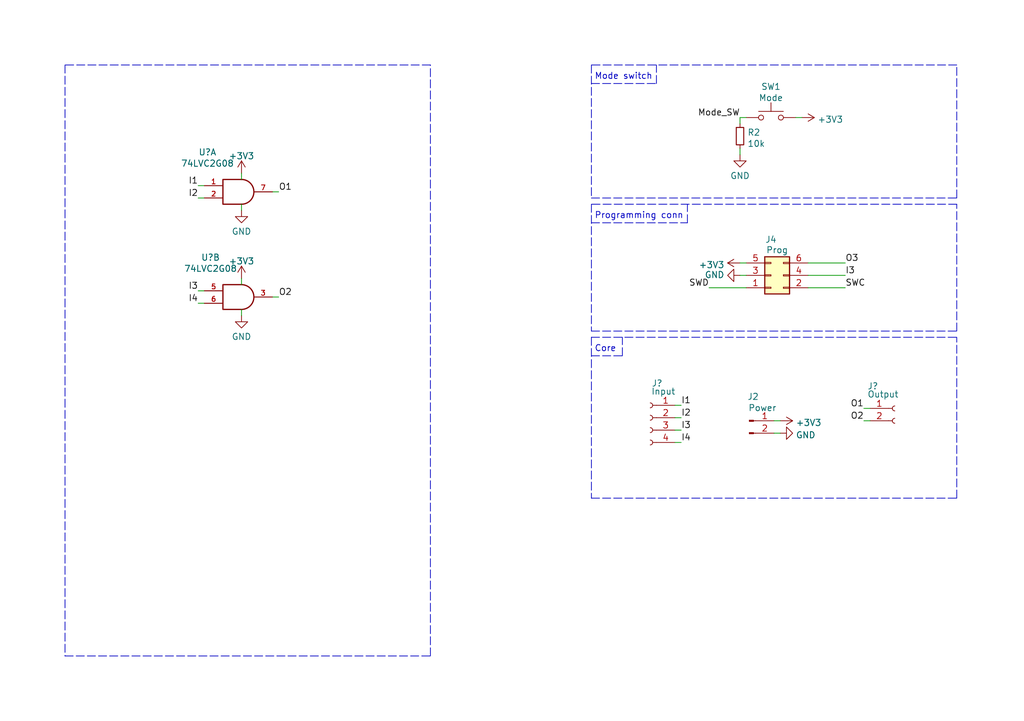
<source format=kicad_sch>
(kicad_sch (version 20210126) (generator eeschema)
  (paper "A5")
  (title_block (title "TileBoard") (date "2021-03-24") (comment 1 "Small programmable tiles which slot onto the MainBoard"))
  (lib_symbols
    (symbol "74xGxx:74LVC2G08" (pin_names (offset 1.016))
      (property "Reference" "U" (at -2.54 3.81 0))
      (property "Value" "74LVC2G08" (at 0 -3.81 0))
      (symbol "74LVC2G08_0_1"
        (arc (start 0 -2.54) (end 0 2.54) (radius (at 0 0) (length 2.54) (angles -89.9 89.9)) (stroke (width 0.254)))
        (polyline (pts (xy 0 -2.54) (xy -3.81 -2.54) (xy -3.81 2.54) (xy 0 2.54)) (stroke (width 0.254)))
        (pin power_in line (at 0 -2.54 270) (length 0) hide (name "GND") (number "4"))
        (pin power_in line (at 0 2.54 90) (length 0) hide (name "VCC") (number "8"))
      )
      (symbol "74LVC2G08_1_1"
        (pin input line (at -7.62 1.27 0) (length 3.81) (name "~") (number "1"))
        (pin input line (at -7.62 -1.27 0) (length 3.81) (name "~") (number "2"))
        (pin output line (at 6.35 0 180) (length 3.81) (name "~") (number "7"))
      )
      (symbol "74LVC2G08_2_1"
        (pin output line (at 6.35 0 180) (length 3.81) (name "~") (number "3"))
        (pin input line (at -7.62 1.27 0) (length 3.81) (name "~") (number "5"))
        (pin input line (at -7.62 -1.27 0) (length 3.81) (name "~") (number "6"))
      )
    )
    (symbol "Connector:Conn_01x02_Female" (pin_names (offset 1.016) hide)
      (property "Reference" "J" (at 0 2.54 0))
      (property "Value" "Conn_01x02_Female" (at 0 -5.08 0))
      (symbol "Conn_01x02_Female_1_1"
        (arc (start 0 -2.032) (end 0 -3.048) (radius (at 0 -2.54) (length 0.508) (angles 90.1 -90.1)) (stroke (width 0.1524)))
        (arc (start 0 0.508) (end 0 -0.508) (radius (at 0 0) (length 0.508) (angles 90.1 -90.1)) (stroke (width 0.1524)))
        (polyline (pts (xy -1.27 -2.54) (xy -0.508 -2.54)) (stroke (width 0.1524)))
        (polyline (pts (xy -1.27 0) (xy -0.508 0)) (stroke (width 0.1524)))
        (pin passive line (at -5.08 0 0) (length 3.81) (name "Pin_1") (number "1"))
        (pin passive line (at -5.08 -2.54 0) (length 3.81) (name "Pin_2") (number "2"))
      )
    )
    (symbol "Connector:Conn_01x02_Male" (pin_names (offset 1.016) hide)
      (property "Reference" "J" (at 0 2.54 0))
      (property "Value" "Conn_01x02_Male" (at 0 -5.08 0))
      (symbol "Conn_01x02_Male_1_1"
        (rectangle (start 0.8636 -2.413) (end 0 -2.667) (stroke (width 0.1524)) (fill (type outline)))
        (rectangle (start 0.8636 0.127) (end 0 -0.127) (stroke (width 0.1524)) (fill (type outline)))
        (polyline (pts (xy 1.27 -2.54) (xy 0.8636 -2.54)) (stroke (width 0.1524)))
        (polyline (pts (xy 1.27 0) (xy 0.8636 0)) (stroke (width 0.1524)))
        (pin passive line (at 5.08 0 180) (length 3.81) (name "Pin_1") (number "1"))
        (pin passive line (at 5.08 -2.54 180) (length 3.81) (name "Pin_2") (number "2"))
      )
    )
    (symbol "Connector:Conn_01x04_Female" (pin_names (offset 1.016) hide)
      (property "Reference" "J" (at 0 5.08 0))
      (property "Value" "Conn_01x04_Female" (at 0 -7.62 0))
      (symbol "Conn_01x04_Female_1_1"
        (arc (start 0 -4.572) (end 0 -5.588) (radius (at 0 -5.08) (length 0.508) (angles 90.1 -90.1)) (stroke (width 0.1524)))
        (arc (start 0 -2.032) (end 0 -3.048) (radius (at 0 -2.54) (length 0.508) (angles 90.1 -90.1)) (stroke (width 0.1524)))
        (arc (start 0 0.508) (end 0 -0.508) (radius (at 0 0) (length 0.508) (angles 90.1 -90.1)) (stroke (width 0.1524)))
        (arc (start 0 3.048) (end 0 2.032) (radius (at 0 2.54) (length 0.508) (angles 90.1 -90.1)) (stroke (width 0.1524)))
        (polyline (pts (xy -1.27 -5.08) (xy -0.508 -5.08)) (stroke (width 0.1524)))
        (polyline (pts (xy -1.27 -2.54) (xy -0.508 -2.54)) (stroke (width 0.1524)))
        (polyline (pts (xy -1.27 0) (xy -0.508 0)) (stroke (width 0.1524)))
        (polyline (pts (xy -1.27 2.54) (xy -0.508 2.54)) (stroke (width 0.1524)))
        (pin passive line (at -5.08 2.54 0) (length 3.81) (name "Pin_1") (number "1"))
        (pin passive line (at -5.08 0 0) (length 3.81) (name "Pin_2") (number "2"))
        (pin passive line (at -5.08 -2.54 0) (length 3.81) (name "Pin_3") (number "3"))
        (pin passive line (at -5.08 -5.08 0) (length 3.81) (name "Pin_4") (number "4"))
      )
    )
    (symbol "Connector_Generic:Conn_02x03_Odd_Even" (pin_names (offset 1.016) hide)
      (property "Reference" "J" (at 1.27 5.08 0))
      (property "Value" "Conn_02x03_Odd_Even" (at 1.27 -5.08 0))
      (symbol "Conn_02x03_Odd_Even_1_1"
        (rectangle (start -1.27 -2.413) (end 0 -2.667) (stroke (width 0.1524)))
        (rectangle (start -1.27 0.127) (end 0 -0.127) (stroke (width 0.1524)))
        (rectangle (start -1.27 2.667) (end 0 2.413) (stroke (width 0.1524)))
        (rectangle (start 3.81 -2.413) (end 2.54 -2.667) (stroke (width 0.1524)))
        (rectangle (start 3.81 0.127) (end 2.54 -0.127) (stroke (width 0.1524)))
        (rectangle (start 3.81 2.667) (end 2.54 2.413) (stroke (width 0.1524)))
        (rectangle (start -1.27 3.81) (end 3.81 -3.81) (stroke (width 0.254)) (fill (type background)))
        (pin passive line (at -5.08 2.54 0) (length 3.81) (name "Pin_1") (number "1"))
        (pin passive line (at 7.62 2.54 180) (length 3.81) (name "Pin_2") (number "2"))
        (pin passive line (at -5.08 0 0) (length 3.81) (name "Pin_3") (number "3"))
        (pin passive line (at 7.62 0 180) (length 3.81) (name "Pin_4") (number "4"))
        (pin passive line (at -5.08 -2.54 0) (length 3.81) (name "Pin_5") (number "5"))
        (pin passive line (at 7.62 -2.54 180) (length 3.81) (name "Pin_6") (number "6"))
      )
    )
    (symbol "Device:R_Small" (pin_numbers hide) (pin_names (offset 0.254) hide)
      (property "Reference" "R" (at 0.762 0.508 0))
      (property "Value" "R_Small" (at 0.762 -1.016 0))
      (symbol "R_Small_0_1"
        (rectangle (start -0.762 1.778) (end 0.762 -1.778) (stroke (width 0.2032)))
      )
      (symbol "R_Small_1_1"
        (pin passive line (at 0 2.54 270) (length 0.762) (name "~") (number "1"))
        (pin passive line (at 0 -2.54 90) (length 0.762) (name "~") (number "2"))
      )
    )
    (symbol "Switch:SW_Push" (pin_numbers hide) (pin_names (offset 1.016) hide)
      (property "Reference" "SW" (at 1.27 2.54 0))
      (property "Value" "SW_Push" (at 0 -1.524 0))
      (symbol "SW_Push_0_1"
        (circle (center -2.032 0) (radius 0.508))
        (circle (center 2.032 0) (radius 0.508))
        (polyline (pts (xy 0 1.27) (xy 0 3.048)))
        (polyline (pts (xy 2.54 1.27) (xy -2.54 1.27)))
        (pin passive line (at -5.08 0 0) (length 2.54) (name "1") (number "1"))
        (pin passive line (at 5.08 0 180) (length 2.54) (name "2") (number "2"))
      )
    )
    (symbol "power:+3.3V" (power) (pin_names (offset 0))
      (property "Value" "+3.3V" (at 0 3.556 0))
      (symbol "+3.3V_0_1"
        (polyline (pts (xy -0.762 1.27) (xy 0 2.54)))
        (polyline (pts (xy 0 0) (xy 0 2.54)))
        (polyline (pts (xy 0 2.54) (xy 0.762 1.27)))
      )
      (symbol "+3.3V_1_1"
        (pin power_in line (at 0 0 90) (length 0) hide (name "+3V3") (number "1"))
      )
    )
    (symbol "power:GND" (power) (pin_names (offset 0))
      (property "Value" "GND" (at 0 -3.81 0))
      (symbol "GND_0_1"
        (polyline (pts (xy 0 0) (xy 0 -1.27) (xy 1.27 -1.27) (xy 0 -2.54) (xy -1.27 -1.27) (xy 0 -1.27)))
      )
      (symbol "GND_1_1"
        (pin power_in line (at 0 0 270) (length 0) hide (name "GND") (number "1"))
      )
    )
  )
  (wire (pts (xy 40.64 38.1) (xy 41.91 38.1)))
  (wire (pts (xy 40.64 40.64) (xy 41.91 40.64)))
  (wire (pts (xy 40.64 59.69) (xy 41.91 59.69)))
  (wire (pts (xy 40.64 62.23) (xy 41.91 62.23)))
  (wire (pts (xy 49.53 35.56) (xy 49.53 36.83)))
  (wire (pts (xy 49.53 41.91) (xy 49.53 43.18)))
  (wire (pts (xy 49.53 57.15) (xy 49.53 58.42)))
  (wire (pts (xy 49.53 63.5) (xy 49.53 64.77)))
  (wire (pts (xy 55.88 39.37) (xy 57.15 39.37)))
  (wire (pts (xy 55.88 60.96) (xy 57.15 60.96)))
  (wire (pts (xy 138.43 83.185) (xy 139.7 83.185)))
  (wire (pts (xy 138.43 85.725) (xy 139.7 85.725)))
  (wire (pts (xy 138.43 88.265) (xy 139.7 88.265)))
  (wire (pts (xy 138.43 90.805) (xy 139.7 90.805)))
  (wire (pts (xy 151.765 24.13) (xy 151.765 25.4)))
  (wire (pts (xy 151.765 24.13) (xy 153.035 24.13)))
  (wire (pts (xy 151.765 30.48) (xy 151.765 31.75)))
  (wire (pts (xy 151.765 53.975) (xy 153.035 53.975)))
  (wire (pts (xy 153.035 56.515) (xy 151.765 56.515)))
  (wire (pts (xy 153.035 59.055) (xy 145.415 59.055)))
  (wire (pts (xy 158.75 86.36) (xy 160.02 86.36)))
  (wire (pts (xy 158.75 88.9) (xy 160.02 88.9)))
  (wire (pts (xy 164.465 24.13) (xy 163.195 24.13)))
  (wire (pts (xy 165.735 56.515) (xy 173.355 56.515)))
  (wire (pts (xy 173.355 53.975) (xy 165.735 53.975)))
  (wire (pts (xy 173.355 59.055) (xy 165.735 59.055)))
  (wire (pts (xy 177.165 83.82) (xy 178.435 83.82)))
  (wire (pts (xy 177.165 86.36) (xy 178.435 86.36)))
  (polyline (pts (xy 13.335 13.335) (xy 13.335 134.62)) (stroke (width 0) (type dash)))
  (polyline (pts (xy 13.335 134.62) (xy 88.265 134.62)) (stroke (width 0) (type dash)))
  (polyline (pts (xy 88.265 13.335) (xy 13.335 13.335)) (stroke (width 0) (type dash)))
  (polyline (pts (xy 88.265 134.62) (xy 88.265 13.335)) (stroke (width 0) (type dash)))
  (polyline (pts (xy 121.285 13.335) (xy 121.285 40.64)) (stroke (width 0) (type dash)))
  (polyline (pts (xy 121.285 17.145) (xy 134.62 17.145)) (stroke (width 0) (type dash)))
  (polyline (pts (xy 121.285 40.64) (xy 196.215 40.64)) (stroke (width 0) (type dash)))
  (polyline (pts (xy 121.285 41.91) (xy 121.285 67.945)) (stroke (width 0) (type dash)))
  (polyline (pts (xy 121.285 45.72) (xy 140.97 45.72)) (stroke (width 0) (type dash)))
  (polyline (pts (xy 121.285 67.945) (xy 196.215 67.945)) (stroke (width 0) (type dash)))
  (polyline (pts (xy 121.285 69.215) (xy 121.285 102.235)) (stroke (width 0) (type dash)))
  (polyline (pts (xy 121.285 69.215) (xy 196.215 69.215)) (stroke (width 0) (type dash)))
  (polyline (pts (xy 121.285 73.025) (xy 127.635 73.025)) (stroke (width 0) (type dash)))
  (polyline (pts (xy 121.285 102.235) (xy 196.215 102.235)) (stroke (width 0) (type dash)))
  (polyline (pts (xy 127.635 73.025) (xy 127.635 69.215)) (stroke (width 0) (type dash)))
  (polyline (pts (xy 134.62 17.145) (xy 134.62 13.335)) (stroke (width 0) (type dash)))
  (polyline (pts (xy 140.97 45.72) (xy 140.97 41.91)) (stroke (width 0) (type dash)))
  (polyline (pts (xy 196.215 13.335) (xy 121.285 13.335)) (stroke (width 0) (type dash)))
  (polyline (pts (xy 196.215 40.64) (xy 196.215 13.335)) (stroke (width 0) (type dash)))
  (polyline (pts (xy 196.215 41.91) (xy 121.285 41.91)) (stroke (width 0) (type dash)))
  (polyline (pts (xy 196.215 67.945) (xy 196.215 41.91)) (stroke (width 0) (type dash)))
  (polyline (pts (xy 196.215 102.235) (xy 196.215 69.215)) (stroke (width 0) (type dash)))
  (text "Mode switch" (at 121.92 16.51 0) (effects (font (size 1.27 1.27)) (justify left bottom)))
  (text "Programming conn\n" (at 121.92 45.085 0) (effects (font (size 1.27 1.27)) (justify left bottom)))
  (text "Core" (at 121.92 72.39 0) (effects (font (size 1.27 1.27)) (justify left bottom)))
  (label "I1" (at 40.64 38.1 180))
  (label "I2" (at 40.64 40.64 180))
  (label "I3" (at 40.64 59.69 180))
  (label "I4" (at 40.64 62.23 180))
  (label "O1" (at 57.15 39.37 0))
  (label "O2" (at 57.15 60.96 0))
  (label "I1" (at 139.7 83.185 0))
  (label "I2" (at 139.7 85.725 0))
  (label "I3" (at 139.7 88.265 0))
  (label "I4" (at 139.7 90.805 0))
  (label "SWD" (at 145.415 59.055 180))
  (label "Mode_SW" (at 151.765 24.13 180))
  (label "O3" (at 173.355 53.975 0))
  (label "I3" (at 173.355 56.515 0))
  (label "SWC" (at 173.355 59.055 0))
  (label "O1" (at 177.165 83.82 180))
  (label "O2" (at 177.165 86.36 180))
  (symbol (lib_id "power:+3.3V") (at 49.53 35.56 0) (unit 1)
    (property "Reference" "#PWR?" (effects hide))
    (property "Value" "+3.3V" (at 49.53 32.0126 0))
  )
  (symbol (lib_id "power:+3.3V") (at 49.53 57.15 0) (unit 1)
    (property "Reference" "#PWR?" (effects hide))
    (property "Value" "+3.3V" (at 49.53 53.6026 0))
  )
  (symbol (lib_id "power:+3.3V") (at 151.765 53.975 90) (unit 1)
    (property "Reference" "#PWR0112" (effects hide))
    (property "Value" "+3.3V" (at 148.5899 54.3635 90) (effects (justify left)))
  )
  (symbol (lib_id "power:+3.3V") (at 160.02 86.36 270) (unit 1)
    (property "Reference" "#PWR0108" (effects hide))
    (property "Value" "+3.3V" (at 163.1951 86.7485 90) (effects (justify left)))
  )
  (symbol (lib_id "power:+3.3V") (at 164.465 24.13 270) (mirror x) (unit 1)
    (property "Reference" "#PWR0106" (effects hide))
    (property "Value" "+3.3V" (at 167.6401 24.5185 90) (effects (justify left)))
  )
  (symbol (lib_id "power:GND") (at 49.53 43.18 0) (mirror y) (unit 1)
    (property "Reference" "#PWR?" (effects hide))
    (property "Value" "GND" (at 49.53 47.5044 0))
  )
  (symbol (lib_id "power:GND") (at 49.53 64.77 0) (mirror y) (unit 1)
    (property "Reference" "#PWR?" (effects hide))
    (property "Value" "GND" (at 49.53 69.0944 0))
  )
  (symbol (lib_id "power:GND") (at 151.765 31.75 0) (mirror y) (unit 1)
    (property "Reference" "#PWR0107" (effects hide))
    (property "Value" "GND" (at 151.765 36.0744 0))
  )
  (symbol (lib_id "power:GND") (at 151.765 56.515 270) (mirror x) (unit 1)
    (property "Reference" "#PWR0109" (effects hide))
    (property "Value" "GND" (at 148.59 56.4007 90) (effects (justify right)))
  )
  (symbol (lib_id "power:GND") (at 160.02 88.9 90) (unit 1)
    (property "Reference" "#PWR0117" (effects hide))
    (property "Value" "GND" (at 163.1951 89.2885 90) (effects (justify right)))
  )
  (symbol (lib_id "Device:R_Small") (at 151.765 27.94 0) (mirror y) (unit 1)
    (property "Reference" "R2" (at 153.2637 27.1791 0) (effects (justify right)))
    (property "Value" "10k" (at 153.2637 29.4778 0) (effects (justify right)))
    (property "Footprint" "Resistor_SMD:R_0603_1608Metric" (effects hide))
  )
  (symbol (lib_id "Connector:Conn_01x02_Male") (at 153.67 86.36 0) (unit 1)
    (property "Reference" "J2" (at 154.4574 81.4028 0))
    (property "Value" "Power" (at 156.3624 83.7015 0))
    (property "Footprint" "InvertedSwitch:Cherry_MX_PCB_Form" (effects hide))
  )
  (symbol (lib_id "Connector:Conn_01x02_Female") (at 183.515 83.82 0) (unit 1)
    (property "Reference" "J?" (at 177.8763 79.2491 0) (effects (justify left)))
    (property "Value" "Output" (at 177.8763 80.9128 0) (effects (justify left)))
  )
  (symbol (lib_id "Switch:SW_Push") (at 158.115 24.13 0) (mirror y) (unit 1)
    (property "Reference" "SW1" (at 158.115 17.7758 0))
    (property "Value" "Mode" (at 158.115 20.0745 0))
    (property "Footprint" "Button_Switch_SMD:SW_Push_SPST_NO_Alps_SKRK" (effects hide))
  )
  (symbol (lib_id "Connector:Conn_01x04_Female") (at 133.35 85.725 0) (mirror y) (unit 1)
    (property "Reference" "J?" (at 134.7724 78.6596 0))
    (property "Value" "Input" (at 136.0424 80.3233 0))
  )
  (symbol (lib_id "74xGxx:74LVC2G08") (at 49.53 39.37 0) (unit 1)
    (property "Reference" "U?" (at 42.545 31.2378 0))
    (property "Value" "74LVC2G08" (at 42.545 33.5365 0))
    (property "Datasheet" "http://www.ti.com/lit/sg/scyt129e/scyt129e.pdf" (effects hide))
  )
  (symbol (lib_id "74xGxx:74LVC2G08") (at 49.53 60.96 0) (unit 2)
    (property "Reference" "U?" (at 43.18 52.8278 0))
    (property "Value" "74LVC2G08" (at 43.18 55.1265 0))
    (property "Datasheet" "http://www.ti.com/lit/sg/scyt129e/scyt129e.pdf" (effects hide))
  )
  (symbol (lib_id "Connector_Generic:Conn_02x03_Odd_Even") (at 158.115 56.515 0) (mirror x) (unit 1)
    (property "Reference" "J4" (at 158.115 49.1532 0))
    (property "Value" "Prog" (at 159.385 51.2995 0))
    (property "Footprint" "Connector:Tag-Connect_TC2030-IDC-NL_2x03_P1.27mm_Vertical" (effects hide))
  )
)
</source>
